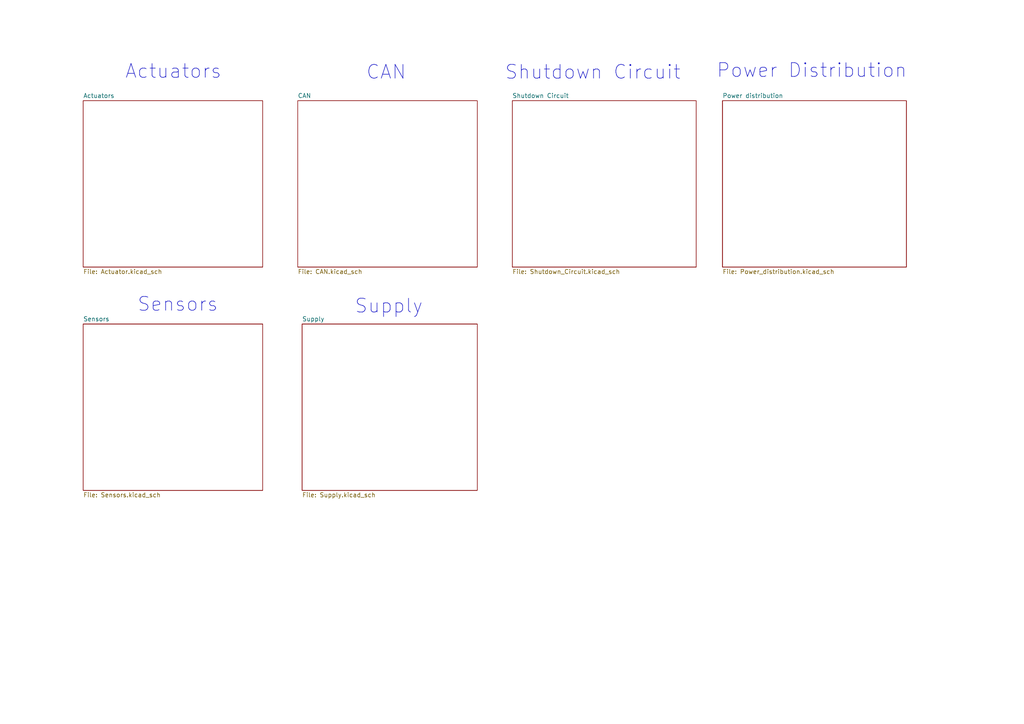
<source format=kicad_sch>
(kicad_sch
	(version 20231120)
	(generator "eeschema")
	(generator_version "8.0")
	(uuid "7bff671f-2f7d-4dcb-82cb-7f168fb2ab46")
	(paper "A4")
	(lib_symbols)
	(text "Shutdown Circuit"
		(exclude_from_sim no)
		(at 171.958 21.082 0)
		(effects
			(font
				(size 4 4)
			)
		)
		(uuid "1ef438f3-adac-4101-bd3f-e715bfb08fa7")
	)
	(text "Actuators\n"
		(exclude_from_sim no)
		(at 50.292 20.828 0)
		(effects
			(font
				(size 4 4)
			)
		)
		(uuid "368c622d-a0cf-4df8-80e2-2aca79e4aa3e")
	)
	(text "Power Distribution"
		(exclude_from_sim no)
		(at 235.458 20.574 0)
		(effects
			(font
				(size 4 4)
			)
		)
		(uuid "727f5aaa-1218-4cb3-9c43-6b5778a98a46")
	)
	(text "CAN"
		(exclude_from_sim no)
		(at 112.014 21.082 0)
		(effects
			(font
				(size 4 4)
			)
		)
		(uuid "9a0a6400-cd19-4068-b3ef-0257579bd1fe")
	)
	(text "Sensors"
		(exclude_from_sim no)
		(at 51.562 88.392 0)
		(effects
			(font
				(size 4 4)
			)
		)
		(uuid "9a334b81-395c-481b-a98d-b5a1e09393a3")
	)
	(text "Supply"
		(exclude_from_sim no)
		(at 112.776 88.9 0)
		(effects
			(font
				(size 4 4)
			)
		)
		(uuid "e5eae808-defc-4ecd-8015-de33a2038daf")
	)
	(sheet
		(at 148.59 29.21)
		(size 53.34 48.26)
		(fields_autoplaced yes)
		(stroke
			(width 0.1524)
			(type solid)
		)
		(fill
			(color 0 0 0 0.0000)
		)
		(uuid "78c8d89b-2ca5-43d4-ab8e-91cd7a25b2de")
		(property "Sheetname" "Shutdown Circuit"
			(at 148.59 28.4984 0)
			(effects
				(font
					(size 1.27 1.27)
				)
				(justify left bottom)
			)
		)
		(property "Sheetfile" "Shutdown_Circuit.kicad_sch"
			(at 148.59 78.0546 0)
			(effects
				(font
					(size 1.27 1.27)
				)
				(justify left top)
			)
		)
		(instances
			(project "Testbench"
				(path "/7bff671f-2f7d-4dcb-82cb-7f168fb2ab46"
					(page "4")
				)
			)
		)
	)
	(sheet
		(at 86.36 29.21)
		(size 52.07 48.26)
		(fields_autoplaced yes)
		(stroke
			(width 0.1524)
			(type solid)
		)
		(fill
			(color 0 0 0 0.0000)
		)
		(uuid "91fc52e8-d123-4e03-9a67-b86afe193964")
		(property "Sheetname" "CAN"
			(at 86.36 28.4984 0)
			(effects
				(font
					(size 1.27 1.27)
				)
				(justify left bottom)
			)
		)
		(property "Sheetfile" "CAN.kicad_sch"
			(at 86.36 78.0546 0)
			(effects
				(font
					(size 1.27 1.27)
				)
				(justify left top)
			)
		)
		(instances
			(project "Testbench"
				(path "/7bff671f-2f7d-4dcb-82cb-7f168fb2ab46"
					(page "3")
				)
			)
		)
	)
	(sheet
		(at 209.55 29.21)
		(size 53.34 48.26)
		(fields_autoplaced yes)
		(stroke
			(width 0.1524)
			(type solid)
		)
		(fill
			(color 0 0 0 0.0000)
		)
		(uuid "9c030398-53e0-40c8-9b81-060e50b2ba02")
		(property "Sheetname" "Power distribution"
			(at 209.55 28.4984 0)
			(effects
				(font
					(size 1.27 1.27)
				)
				(justify left bottom)
			)
		)
		(property "Sheetfile" "Power_distribution.kicad_sch"
			(at 209.55 78.0546 0)
			(effects
				(font
					(size 1.27 1.27)
				)
				(justify left top)
			)
		)
		(instances
			(project "Testbench"
				(path "/7bff671f-2f7d-4dcb-82cb-7f168fb2ab46"
					(page "5")
				)
			)
		)
	)
	(sheet
		(at 24.13 29.21)
		(size 52.07 48.26)
		(fields_autoplaced yes)
		(stroke
			(width 0.1524)
			(type solid)
		)
		(fill
			(color 0 0 0 0.0000)
		)
		(uuid "b5476738-2c8a-49c6-ba84-2d36332775a6")
		(property "Sheetname" "Actuators"
			(at 24.13 28.4984 0)
			(effects
				(font
					(size 1.27 1.27)
				)
				(justify left bottom)
			)
		)
		(property "Sheetfile" "Actuator.kicad_sch"
			(at 24.13 78.0546 0)
			(effects
				(font
					(size 1.27 1.27)
				)
				(justify left top)
			)
		)
		(instances
			(project "Testbench"
				(path "/7bff671f-2f7d-4dcb-82cb-7f168fb2ab46"
					(page "2")
				)
			)
		)
	)
	(sheet
		(at 87.63 93.98)
		(size 50.8 48.26)
		(fields_autoplaced yes)
		(stroke
			(width 0.1524)
			(type solid)
		)
		(fill
			(color 0 0 0 0.0000)
		)
		(uuid "c2512be0-55aa-4b8a-8574-f17326802af0")
		(property "Sheetname" "Supply"
			(at 87.63 93.2684 0)
			(effects
				(font
					(size 1.27 1.27)
				)
				(justify left bottom)
			)
		)
		(property "Sheetfile" "Supply.kicad_sch"
			(at 87.63 142.8246 0)
			(effects
				(font
					(size 1.27 1.27)
				)
				(justify left top)
			)
		)
		(instances
			(project "Testbench"
				(path "/7bff671f-2f7d-4dcb-82cb-7f168fb2ab46"
					(page "7")
				)
			)
		)
	)
	(sheet
		(at 24.13 93.98)
		(size 52.07 48.26)
		(fields_autoplaced yes)
		(stroke
			(width 0.1524)
			(type solid)
		)
		(fill
			(color 0 0 0 0.0000)
		)
		(uuid "c2f5954c-7f30-450a-b4fb-84c6668d476e")
		(property "Sheetname" "Sensors"
			(at 24.13 93.2684 0)
			(effects
				(font
					(size 1.27 1.27)
				)
				(justify left bottom)
			)
		)
		(property "Sheetfile" "Sensors.kicad_sch"
			(at 24.13 142.8246 0)
			(effects
				(font
					(size 1.27 1.27)
				)
				(justify left top)
			)
		)
		(instances
			(project "Testbench"
				(path "/7bff671f-2f7d-4dcb-82cb-7f168fb2ab46"
					(page "6")
				)
			)
		)
	)
	(sheet_instances
		(path "/"
			(page "1")
		)
	)
)

</source>
